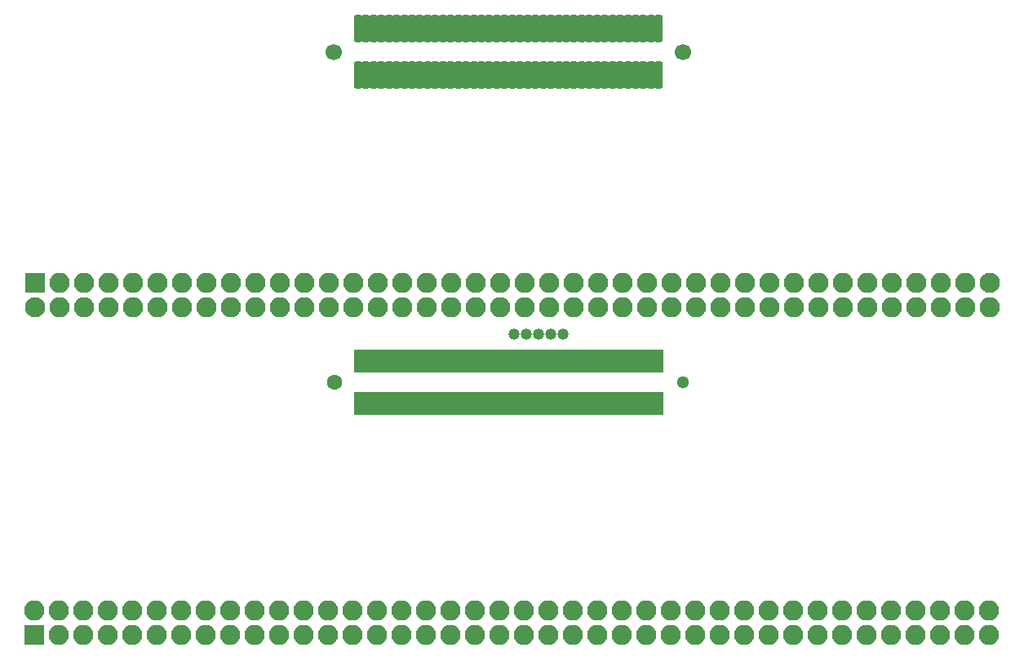
<source format=gbr>
%TF.GenerationSoftware,KiCad,Pcbnew,6.0.4-6f826c9f35~116~ubuntu20.04.1*%
%TF.CreationDate,2022-04-13T10:42:55+07:00*%
%TF.ProjectId,BTB2Header,42544232-4865-4616-9465-722e6b696361,rev?*%
%TF.SameCoordinates,Original*%
%TF.FileFunction,Soldermask,Top*%
%TF.FilePolarity,Negative*%
%FSLAX46Y46*%
G04 Gerber Fmt 4.6, Leading zero omitted, Abs format (unit mm)*
G04 Created by KiCad (PCBNEW 6.0.4-6f826c9f35~116~ubuntu20.04.1) date 2022-04-13 10:42:55*
%MOMM*%
%LPD*%
G01*
G04 APERTURE LIST*
G04 Aperture macros list*
%AMRoundRect*
0 Rectangle with rounded corners*
0 $1 Rounding radius*
0 $2 $3 $4 $5 $6 $7 $8 $9 X,Y pos of 4 corners*
0 Add a 4 corners polygon primitive as box body*
4,1,4,$2,$3,$4,$5,$6,$7,$8,$9,$2,$3,0*
0 Add four circle primitives for the rounded corners*
1,1,$1+$1,$2,$3*
1,1,$1+$1,$4,$5*
1,1,$1+$1,$6,$7*
1,1,$1+$1,$8,$9*
0 Add four rect primitives between the rounded corners*
20,1,$1+$1,$2,$3,$4,$5,0*
20,1,$1+$1,$4,$5,$6,$7,0*
20,1,$1+$1,$6,$7,$8,$9,0*
20,1,$1+$1,$8,$9,$2,$3,0*%
G04 Aperture macros list end*
%ADD10C,1.187400*%
%ADD11C,1.700000*%
%ADD12RoundRect,0.200000X0.250000X1.200000X-0.250000X1.200000X-0.250000X-1.200000X0.250000X-1.200000X0*%
%ADD13RoundRect,0.200000X0.850000X-0.850000X0.850000X0.850000X-0.850000X0.850000X-0.850000X-0.850000X0*%
%ADD14O,2.100000X2.100000*%
%ADD15C,2.100000*%
%ADD16RoundRect,0.200000X-0.850000X0.850000X-0.850000X-0.850000X0.850000X-0.850000X0.850000X0.850000X0*%
%ADD17C,1.300000*%
%ADD18C,1.600000*%
%ADD19RoundRect,0.200000X0.250000X1.000000X-0.250000X1.000000X-0.250000X-1.000000X0.250000X-1.000000X0*%
G04 APERTURE END LIST*
D10*
%TO.C,REF\u002A\u002A*%
X124104400Y-98653600D03*
X129184400Y-98653600D03*
X127914400Y-98653600D03*
X126644400Y-98653600D03*
X125374400Y-98653600D03*
%TD*%
D11*
%TO.C,CN1*%
X141625525Y-69343518D03*
X105425525Y-69343518D03*
D12*
X139125525Y-66943518D03*
X139125525Y-71743518D03*
X138325525Y-66943518D03*
X138325525Y-71743518D03*
X137525525Y-66943518D03*
X137525525Y-71743518D03*
X136725525Y-66943518D03*
X136725525Y-71743518D03*
X135925525Y-66943518D03*
X135925525Y-71743518D03*
X135125525Y-66943518D03*
X135125525Y-71743518D03*
X134325525Y-66943518D03*
X134325525Y-71743518D03*
X133525525Y-66943518D03*
X133525525Y-71743518D03*
X132725525Y-66943518D03*
X132725525Y-71743518D03*
X131925525Y-66943518D03*
X131925525Y-71743518D03*
X131125525Y-66943518D03*
X131125525Y-71743518D03*
X130325525Y-66943518D03*
X130325525Y-71743518D03*
X129525525Y-66943518D03*
X129525525Y-71743518D03*
X128725525Y-66943518D03*
X128725525Y-71743518D03*
X127925525Y-66943518D03*
X127925525Y-71743518D03*
X127125525Y-66943518D03*
X127125525Y-71743518D03*
X126325525Y-66943518D03*
X126325525Y-71743518D03*
X125525525Y-66943518D03*
X125525525Y-71743518D03*
X124725525Y-66943518D03*
X124725525Y-71743518D03*
X123925525Y-66943518D03*
X123925525Y-71743518D03*
X123125525Y-66943518D03*
X123125525Y-71743518D03*
X122325525Y-66943518D03*
X122325525Y-71743518D03*
X121525525Y-66943518D03*
X121525525Y-71743518D03*
X120725525Y-66943518D03*
X120725525Y-71743518D03*
X119925525Y-66943518D03*
X119925525Y-71743518D03*
X119125525Y-66943518D03*
X119125525Y-71743518D03*
X118325525Y-66943518D03*
X118325525Y-71743518D03*
X117525525Y-66943518D03*
X117525525Y-71743518D03*
X116725525Y-66943518D03*
X116725525Y-71743518D03*
X115925525Y-66943518D03*
X115925525Y-71743518D03*
X115125525Y-66943518D03*
X115125525Y-71743518D03*
X114325525Y-66943518D03*
X114325525Y-71743518D03*
X113525525Y-66943518D03*
X113525525Y-71743518D03*
X112725525Y-66943518D03*
X112725525Y-71743518D03*
X111925525Y-66943518D03*
X111925525Y-71743518D03*
X111125525Y-66943518D03*
X111125525Y-71743518D03*
X110325525Y-66943518D03*
X110325525Y-71743518D03*
X109525525Y-66943518D03*
X109525525Y-71743518D03*
X108725525Y-66943518D03*
X108725525Y-71743518D03*
X107925525Y-66943518D03*
X107925525Y-71743518D03*
%TD*%
D13*
%TO.C,J2*%
X74351676Y-129923877D03*
D14*
X74351676Y-127383877D03*
X76891676Y-129923877D03*
X76891676Y-127383877D03*
X79431676Y-129923877D03*
X79431676Y-127383877D03*
X81971676Y-129923877D03*
X81971676Y-127383877D03*
X84511676Y-129923877D03*
X84511676Y-127383877D03*
X87051676Y-129923877D03*
X87051676Y-127383877D03*
X89591676Y-129923877D03*
X89591676Y-127383877D03*
X92131676Y-129923877D03*
X92131676Y-127383877D03*
X94671676Y-129923877D03*
X94671676Y-127383877D03*
X97211676Y-129923877D03*
X97211676Y-127383877D03*
X99751676Y-129923877D03*
X99751676Y-127383877D03*
X102291676Y-129923877D03*
X102291676Y-127383877D03*
X104831676Y-129923877D03*
X104831676Y-127383877D03*
X107371676Y-129923877D03*
X107371676Y-127383877D03*
X109911676Y-129923877D03*
X109911676Y-127383877D03*
X112451676Y-129923877D03*
X112451676Y-127383877D03*
X114991676Y-129923877D03*
X114991676Y-127383877D03*
X117531676Y-129923877D03*
X117531676Y-127383877D03*
X120071676Y-129923877D03*
X120071676Y-127383877D03*
X122611676Y-129923877D03*
X122611676Y-127383877D03*
X125151676Y-129923877D03*
X125151676Y-127383877D03*
X127691676Y-129923877D03*
X127691676Y-127383877D03*
X130231676Y-129923877D03*
X130231676Y-127383877D03*
X132771676Y-129923877D03*
X132771676Y-127383877D03*
X135311676Y-129923877D03*
X135311676Y-127383877D03*
X137851676Y-129923877D03*
X137851676Y-127383877D03*
X140391676Y-129923877D03*
X140391676Y-127383877D03*
X142931676Y-129923877D03*
X142931676Y-127383877D03*
X145471676Y-129923877D03*
X145471676Y-127383877D03*
X148011676Y-129923877D03*
X148011676Y-127383877D03*
X150551676Y-129923877D03*
X150551676Y-127383877D03*
X153091676Y-129923877D03*
X153091676Y-127383877D03*
X155631676Y-129923877D03*
X155631676Y-127383877D03*
X158171676Y-129923877D03*
X158171676Y-127383877D03*
X160711676Y-129923877D03*
X160711676Y-127383877D03*
X163251676Y-129923877D03*
X163251676Y-127383877D03*
X165791676Y-129923877D03*
X165791676Y-127383877D03*
X168331676Y-129923877D03*
X168331676Y-127383877D03*
X170871676Y-129923877D03*
X170871676Y-127383877D03*
X173411676Y-129923877D03*
X173411676Y-127383877D03*
%TD*%
D15*
%TO.C,J1*%
X74392825Y-95831118D03*
D16*
X74392825Y-93291118D03*
D14*
X76932825Y-95831118D03*
X76932825Y-93291118D03*
X79472825Y-95831118D03*
X79472825Y-93291118D03*
X82012825Y-95831118D03*
X82012825Y-93291118D03*
X84552825Y-95831118D03*
X84552825Y-93291118D03*
X87092825Y-95831118D03*
X87092825Y-93291118D03*
X89632825Y-95831118D03*
X89632825Y-93291118D03*
X92172825Y-95831118D03*
X92172825Y-93291118D03*
X94712825Y-95831118D03*
X94712825Y-93291118D03*
X97252825Y-95831118D03*
X97252825Y-93291118D03*
X99792825Y-95831118D03*
X99792825Y-93291118D03*
X102332825Y-95831118D03*
X102332825Y-93291118D03*
X104872825Y-95831118D03*
X104872825Y-93291118D03*
X107412825Y-95831118D03*
X107412825Y-93291118D03*
X109952825Y-95831118D03*
X109952825Y-93291118D03*
X112492825Y-95831118D03*
X112492825Y-93291118D03*
X115032825Y-95831118D03*
X115032825Y-93291118D03*
X117572825Y-95831118D03*
X117572825Y-93291118D03*
X120112825Y-95831118D03*
X120112825Y-93291118D03*
X122652825Y-95831118D03*
X122652825Y-93291118D03*
X125192825Y-95831118D03*
X125192825Y-93291118D03*
X127732825Y-95831118D03*
X127732825Y-93291118D03*
X130272825Y-95831118D03*
X130272825Y-93291118D03*
X132812825Y-95831118D03*
X132812825Y-93291118D03*
X135352825Y-95831118D03*
X135352825Y-93291118D03*
X137892825Y-95831118D03*
X137892825Y-93291118D03*
X140432825Y-95831118D03*
X140432825Y-93291118D03*
X142972825Y-95831118D03*
X142972825Y-93291118D03*
X145512825Y-95831118D03*
X145512825Y-93291118D03*
X148052825Y-95831118D03*
X148052825Y-93291118D03*
X150592825Y-95831118D03*
X150592825Y-93291118D03*
X153132825Y-95831118D03*
X153132825Y-93291118D03*
X155672825Y-95831118D03*
X155672825Y-93291118D03*
X158212825Y-95831118D03*
X158212825Y-93291118D03*
X160752825Y-95831118D03*
X160752825Y-93291118D03*
X163292825Y-95831118D03*
X163292825Y-93291118D03*
X165832825Y-95831118D03*
X165832825Y-93291118D03*
X168372825Y-95831118D03*
X168372825Y-93291118D03*
X170912825Y-95831118D03*
X170912825Y-93291118D03*
X173452825Y-95831118D03*
D15*
X173452825Y-93291118D03*
%TD*%
D17*
%TO.C,CN2*%
X141671876Y-103655277D03*
D18*
X105461676Y-103655277D03*
D19*
X107971876Y-105855277D03*
X107971876Y-101455277D03*
X108771876Y-105855277D03*
X108771876Y-101455277D03*
X109571876Y-105855277D03*
X109571876Y-101455277D03*
X110371876Y-105855277D03*
X110371876Y-101455277D03*
X111171876Y-105855277D03*
X111171876Y-101455277D03*
X111971876Y-105855277D03*
X111971876Y-101455277D03*
X112771876Y-105855277D03*
X112771876Y-101455277D03*
X113571876Y-105855277D03*
X113571876Y-101455277D03*
X114371876Y-105855277D03*
X114371876Y-101455277D03*
X115171876Y-105855277D03*
X115171876Y-101455277D03*
X115971876Y-105855277D03*
X115971876Y-101455277D03*
X116771876Y-105855277D03*
X116771876Y-101455277D03*
X117571876Y-105855277D03*
X117571876Y-101455277D03*
X118371876Y-105855277D03*
X118371876Y-101455277D03*
X119171876Y-105855277D03*
X119171876Y-101455277D03*
X119971876Y-105855277D03*
X119971876Y-101455277D03*
X120771876Y-105855277D03*
X120771876Y-101455277D03*
X121571876Y-105855277D03*
X121571876Y-101455277D03*
X122371876Y-105855277D03*
X122371876Y-101455277D03*
X123171876Y-105855277D03*
X123171876Y-101455277D03*
X123971876Y-105855277D03*
X123971876Y-101455277D03*
X124771876Y-105855277D03*
X124771876Y-101455277D03*
X125571876Y-105855277D03*
X125571876Y-101455277D03*
X126371876Y-105855277D03*
X126371876Y-101455277D03*
X127171876Y-105855277D03*
X127171876Y-101455277D03*
X127971876Y-105855277D03*
X127971876Y-101455277D03*
X128771876Y-105855277D03*
X128771876Y-101455277D03*
X129571876Y-105855277D03*
X129571876Y-101455277D03*
X130371876Y-105855277D03*
X130371876Y-101455277D03*
X131171876Y-105855277D03*
X131171876Y-101455277D03*
X131971876Y-105855277D03*
X131971876Y-101455277D03*
X132771876Y-105855277D03*
X132771876Y-101455277D03*
X133571876Y-105855277D03*
X133571876Y-101455277D03*
X134371876Y-105855277D03*
X134371876Y-101455277D03*
X135171876Y-105855277D03*
X135171876Y-101455277D03*
X135971876Y-105855277D03*
X135971876Y-101455277D03*
X136771876Y-105855277D03*
X136771876Y-101455277D03*
X137571876Y-105855277D03*
X137571876Y-101455277D03*
X138371876Y-105855277D03*
X138371876Y-101455277D03*
X139171876Y-105855277D03*
X139171876Y-101455277D03*
%TD*%
M02*

</source>
